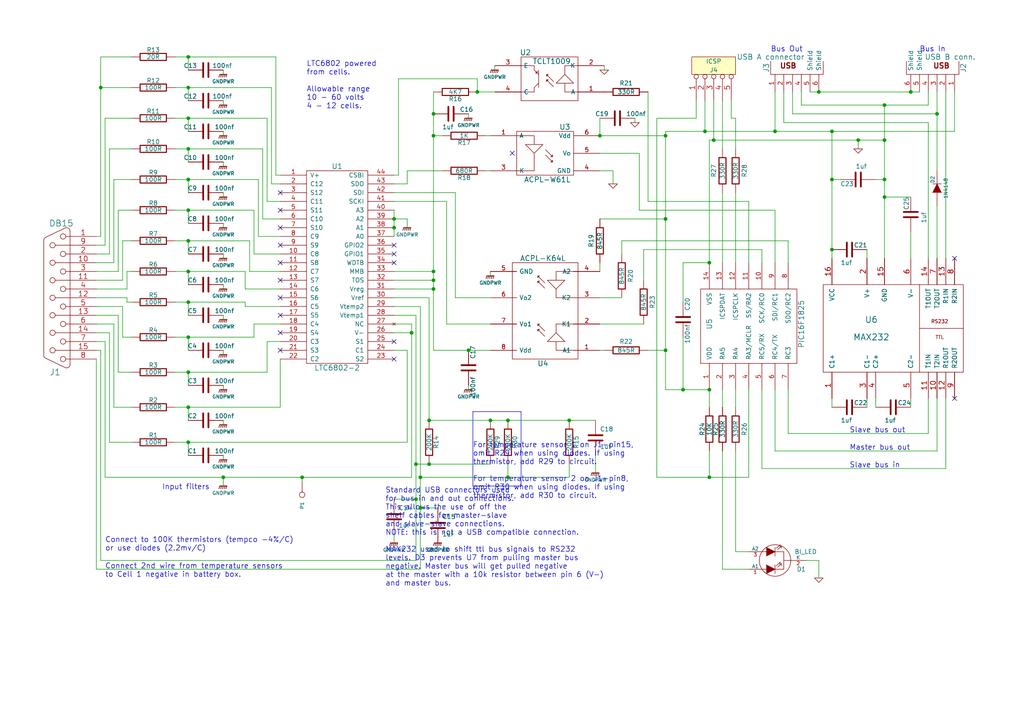
<source format=kicad_sch>
(kicad_sch (version 20230121) (generator eeschema)
  (paper "A4")
  (title_block (title "LTC6802-2 based slave cell monitor") (date "23 mar 2013") (rev "D") (company "www.go-ev.co.uk") (comment 1 "(c) Greg Fordyce 2013"))
  (lib_symbols
    (symbol "6802-2slv-rescue:CONN_5" (pin_names (offset 1.016))
      (property "Reference" "P" (at -1.27 0 90))
      (property "Value" "CONN_5" (at 1.27 0 90))
      (symbol "CONN_5_1_1"
        (pin passive inverted (at -10.16 5.08 0) (length 7.62) (name "~") (number "1"))
        (pin passive inverted (at -10.16 2.54 0) (length 7.62) (name "~") (number "2"))
        (pin passive inverted (at -10.16 0 0) (length 7.62) (name "~") (number "3"))
        (pin passive inverted (at -10.16 -2.54 0) (length 7.62) (name "~") (number "4"))
        (pin passive inverted (at -10.16 -5.08 0) (length 7.62) (name "~") (number "5"))
      )
    )
    (symbol "6802-2slv-rescue:DIODE" (pin_numbers hide) (pin_names (offset 1.016) hide)
      (property "Reference" "D" (at 0 2.54 0))
      (property "Value" "DIODE" (at 0 -2.54 0))
      (symbol "DIODE_1_1"
        (pin passive line (at -5.08 0 0) (length 3.81) (name "A") (number "1"))
        (pin passive line (at 5.08 0 180) (length 3.81) (name "K") (number "2"))
      )
    )
    (symbol "6802-2slv-rescue:USB_2-shield" (pin_names (offset 1.016))
      (property "Reference" "J" (at -1.905 6.35 0))
      (symbol "USB_2-shield_0_0"
        (text "USB" (at -2.54 0 900) (effects (font (size 1.524 1.524) bold)))
      )
      (symbol "USB_2-shield_1_1"
        (pin input line (at 5.08 3.81 180) (length 5.08) (name "~") (number "1"))
        (pin input line (at 5.08 1.27 180) (length 5.08) (name "~") (number "2"))
        (pin input line (at 5.08 -1.27 180) (length 5.08) (name "~") (number "3"))
        (pin input line (at 5.08 -3.81 180) (length 5.08) (name "~") (number "4"))
        (pin bidirectional line (at 5.08 -6.35 180) (length 5.08) (name "Shield") (number "5"))
        (pin bidirectional line (at 5.08 -8.89 180) (length 5.08) (name "Shield") (number "6"))
      )
    )
    (symbol "symbols:ACPL-K64L" (pin_names (offset 0.762))
      (property "Reference" "U" (at 0 15.24 0))
      (property "Value" "ACPL-K64L" (at 0 -15.24 0))
      (symbol "ACPL-K64L_1_1"
        (pin input line (at -16.51 11.43 0) (length 7.62) (name "A1") (number "1"))
        (pin input line (at -16.51 3.81 0) (length 7.62) (name "K1") (number "2"))
        (pin input line (at -16.51 -3.81 0) (length 7.62) (name "K2") (number "3"))
        (pin input line (at -16.51 -11.43 0) (length 7.62) (name "A2") (number "4"))
        (pin power_in line (at 15.24 -11.43 180) (length 7.62) (name "GND") (number "5"))
        (pin output line (at 15.24 -3.81 180) (length 7.62) (name "Vo2") (number "6"))
        (pin output line (at 15.24 3.81 180) (length 7.62) (name "Vo1") (number "7"))
        (pin power_in line (at 15.24 11.43 180) (length 7.62) (name "Vdd") (number "8"))
      )
    )
    (symbol "symbols:ACPL-W61L" (pin_names (offset 0.762))
      (property "Reference" "U" (at 5.08 7.62 0))
      (property "Value" "ACPL-W61L" (at 0 -7.62 0))
      (symbol "ACPL-W61L_1_1"
        (pin input line (at -16.51 5.08 0) (length 7.62) (name "A") (number "1"))
        (pin unspecified line (at -10.16 0 0) (length 1.27) hide (name "NC") (number "2"))
        (pin input line (at -16.51 -5.08 0) (length 7.62) (name "K") (number "3"))
        (pin output line (at 15.24 -5.08 180) (length 7.62) (name "GND") (number "4"))
        (pin output line (at 15.24 0 180) (length 7.62) (name "Vo") (number "5"))
        (pin input line (at 15.24 5.08 180) (length 7.62) (name "Vdd") (number "6"))
      )
    )
    (symbol "symbols:BI_LED" (pin_names (offset 0))
      (property "Reference" "D" (at 7.62 2.54 0))
      (property "Value" "BI_LED" (at 8.89 -2.54 0))
      (symbol "BI_LED_1_1"
        (pin input line (at -7.62 2.54 0) (length 3.81) (name "A1") (number "1"))
        (pin input line (at 8.89 0 180) (length 4.318) (name "K") (number "2"))
        (pin input line (at -7.62 -2.54 0) (length 3.81) (name "A2") (number "3"))
      )
    )
    (symbol "symbols:C" (pin_numbers hide) (pin_names (offset 0.254))
      (property "Reference" "C" (at 0 2.54 0))
      (property "Value" "C" (at 0.1524 -2.159 0))
      (symbol "C_1_1"
        (pin passive line (at 0 5.08 270) (length 4.318) (name "~") (number "1"))
        (pin passive line (at 0 -5.08 90) (length 4.318) (name "~") (number "2"))
      )
    )
    (symbol "symbols:CONN_1" (pin_numbers hide) (pin_names (offset 0.762) hide)
      (property "Reference" "P" (at 2.032 0 0))
      (symbol "CONN_1_1_1"
        (pin passive line (at -3.81 0 0) (length 2.54) (name "1") (number "1"))
      )
    )
    (symbol "symbols:DB15" (pin_names (offset 1.016) hide)
      (property "Reference" "J" (at 0.508 21.59 0))
      (property "Value" "DB15" (at -1.27 -21.59 0))
      (symbol "DB15_1_1"
        (pin passive line (at -11.43 -17.78 0) (length 7.62) (name "1") (number "1"))
        (pin passive line (at -11.43 -10.16 0) (length 7.62) (name "P10") (number "10"))
        (pin passive line (at -11.43 -5.08 0) (length 7.62) (name "P111") (number "11"))
        (pin passive line (at -11.43 0 0) (length 7.62) (name "P12") (number "12"))
        (pin passive line (at -11.43 5.08 0) (length 7.62) (name "P13") (number "13"))
        (pin passive line (at -11.43 10.16 0) (length 7.62) (name "P14") (number "14"))
        (pin passive line (at -11.43 15.24 0) (length 7.62) (name "P15") (number "15"))
        (pin passive line (at -11.43 -12.7 0) (length 7.62) (name "2") (number "2"))
        (pin passive line (at -11.43 -7.62 0) (length 7.62) (name "3") (number "3"))
        (pin passive line (at -11.43 -2.54 0) (length 7.62) (name "4") (number "4"))
        (pin passive line (at -11.43 2.54 0) (length 7.62) (name "5") (number "5"))
        (pin passive line (at -11.43 7.62 0) (length 7.62) (name "6") (number "6"))
        (pin passive line (at -11.43 12.7 0) (length 7.62) (name "7") (number "7"))
        (pin passive line (at -11.43 17.78 0) (length 7.62) (name "8") (number "8"))
        (pin passive line (at -11.43 -15.24 0) (length 7.62) (name "P9") (number "9"))
      )
    )
    (symbol "symbols:GND" (power) (pin_names (offset 0))
      (symbol "GND_1_1"
        (pin power_in line (at 0 0 90) (length 0) hide (name "GND") (number "1"))
      )
    )
    (symbol "symbols:GNDPWR" (power) (pin_numbers hide) (pin_names (offset 0) hide)
      (property "Value" "GNDPWR" (at 0 -2.032 0))
      (symbol "GNDPWR_1_1"
        (pin power_in line (at 0 0 90) (length 0) hide (name "GNDPWR") (number "1"))
      )
    )
    (symbol "symbols:LTC6802-2" (pin_names (offset 1.016))
      (property "Reference" "U" (at 0 29.21 0))
      (property "Value" "LTC6802-2" (at 0 -29.21 0))
      (symbol "LTC6802-2_1_1"
        (pin output line (at -16.51 26.67 0) (length 7.62) (name "V+") (number "1"))
        (pin input line (at -16.51 3.81 0) (length 7.62) (name "C8") (number "10"))
        (pin output line (at -16.51 1.27 0) (length 7.62) (name "S8") (number "11"))
        (pin input line (at -16.51 -1.27 0) (length 7.62) (name "C7") (number "12"))
        (pin output line (at -16.51 -3.81 0) (length 7.62) (name "S7") (number "13"))
        (pin input line (at -16.51 -6.35 0) (length 7.62) (name "C6") (number "14"))
        (pin output line (at -16.51 -8.89 0) (length 7.62) (name "S6") (number "15"))
        (pin input line (at -16.51 -11.43 0) (length 7.62) (name "C5") (number "16"))
        (pin output line (at -16.51 -13.97 0) (length 7.62) (name "S5") (number "17"))
        (pin input line (at -16.51 -16.51 0) (length 7.62) (name "C4") (number "18"))
        (pin output line (at -16.51 -19.05 0) (length 7.62) (name "S4") (number "19"))
        (pin input line (at -16.51 24.13 0) (length 7.62) (name "C12") (number "2"))
        (pin input line (at -16.51 -21.59 0) (length 7.62) (name "C3") (number "20"))
        (pin output line (at -16.51 -24.13 0) (length 7.62) (name "S3") (number "21"))
        (pin input line (at -16.51 -26.67 0) (length 7.62) (name "C2") (number "22"))
        (pin output line (at 16.51 -26.67 180) (length 7.62) (name "S2") (number "23"))
        (pin input line (at 16.51 -24.13 180) (length 7.62) (name "C1") (number "24"))
        (pin output line (at 16.51 -21.59 180) (length 7.62) (name "S1") (number "25"))
        (pin input line (at 16.51 -19.05 180) (length 7.62) (name "V-") (number "26"))
        (pin no_connect line (at 16.51 -16.51 180) (length 7.62) (name "NC") (number "27"))
        (pin input line (at 16.51 -13.97 180) (length 7.62) (name "Vtemp1") (number "28"))
        (pin input line (at 16.51 -11.43 180) (length 7.62) (name "Vtemp2") (number "29"))
        (pin output line (at -16.51 21.59 0) (length 7.62) (name "S12") (number "3"))
        (pin output line (at 16.51 -8.89 180) (length 7.62) (name "Vref") (number "30"))
        (pin output line (at 16.51 -6.35 180) (length 7.62) (name "Vreg") (number "31"))
        (pin input line (at 16.51 -3.81 180) (length 7.62) (name "TOS") (number "32"))
        (pin input line (at 16.51 -1.27 180) (length 7.62) (name "MMB") (number "33"))
        (pin output line (at 16.51 1.27 180) (length 7.62) (name "WDTB") (number "34"))
        (pin bidirectional line (at 16.51 3.81 180) (length 7.62) (name "GPIO1") (number "35"))
        (pin bidirectional line (at 16.51 6.35 180) (length 7.62) (name "GPIO2") (number "36"))
        (pin bidirectional line (at 16.51 8.89 180) (length 7.62) (name "A0") (number "37"))
        (pin bidirectional line (at 16.51 11.43 180) (length 7.62) (name "A1") (number "38"))
        (pin bidirectional line (at 16.51 13.97 180) (length 7.62) (name "A2") (number "39"))
        (pin input line (at -16.51 19.05 0) (length 7.62) (name "C11") (number "4"))
        (pin input line (at 16.51 16.51 180) (length 7.62) (name "A3") (number "40"))
        (pin input line (at 16.51 19.05 180) (length 7.62) (name "SCKI") (number "41"))
        (pin input line (at 16.51 21.59 180) (length 7.62) (name "SDI") (number "42"))
        (pin output line (at 16.51 24.13 180) (length 7.62) (name "SDO") (number "43"))
        (pin input line (at 16.51 26.67 180) (length 7.62) (name "CSBI") (number "44"))
        (pin output line (at -16.51 16.51 0) (length 7.62) (name "S11") (number "5"))
        (pin input line (at -16.51 13.97 0) (length 7.62) (name "C10") (number "6"))
        (pin output line (at -16.51 11.43 0) (length 7.62) (name "S10") (number "7"))
        (pin input line (at -16.51 8.89 0) (length 7.62) (name "C9") (number "8"))
        (pin output line (at -16.51 6.35 0) (length 7.62) (name "S9") (number "9"))
      )
    )
    (symbol "symbols:MAX232" (pin_names (offset 1.016))
      (property "Reference" "U" (at 0 21.59 0))
      (property "Value" "MAX232" (at 0 -21.59 0))
      (property "Datasheet" "maxim/MAX220-MAX249.pdf" (at 0 0 0))
      (symbol "MAX232_0_0"
        (text "RS232" (at 2.032 -13.462 900) (effects (font (size 1.016 1.016))))
        (text "TTL" (at -2.54 -13.462 900) (effects (font (size 1.016 1.016))))
      )
      (symbol "MAX232_1_1"
        (pin input line (at -20.32 17.78 0) (length 7.62) (name "C1+") (number "1"))
        (pin input line (at -20.32 -12.7 0) (length 7.62) (name "T2IN") (number "10"))
        (pin input line (at -20.32 -10.16 0) (length 7.62) (name "T1IN") (number "11"))
        (pin output line (at -20.32 -15.24 0) (length 7.62) (name "R1OUT") (number "12"))
        (pin input line (at 20.32 -15.24 180) (length 7.62) (name "R1IN") (number "13"))
        (pin output line (at 20.32 -10.16 180) (length 7.62) (name "T1OUT") (number "14"))
        (pin power_in line (at 20.32 2.54 180) (length 7.62) (name "GND") (number "15"))
        (pin power_in line (at 20.32 17.78 180) (length 7.62) (name "VCC") (number "16"))
        (pin power_out line (at 20.32 7.62 180) (length 7.62) (name "V+") (number "2"))
        (pin input line (at -20.32 7.62 0) (length 7.62) (name "C1-") (number "3"))
        (pin input line (at -20.32 5.08 0) (length 7.62) (name "C2+") (number "4"))
        (pin input line (at -20.32 -5.08 0) (length 7.62) (name "C2-") (number "5"))
        (pin power_out line (at 20.32 -5.08 180) (length 7.62) (name "V-") (number "6"))
        (pin output line (at 20.32 -12.7 180) (length 7.62) (name "T2OUT") (number "7"))
        (pin input line (at 20.32 -17.78 180) (length 7.62) (name "R2IN") (number "8"))
        (pin output line (at -20.32 -17.78 0) (length 7.62) (name "R2OUT") (number "9"))
      )
    )
    (symbol "symbols:OPTO-ISOLATOR" (pin_names (offset 0.762))
      (property "Reference" "U" (at -6.35 8.89 0))
      (property "Value" "OPTO-ISOLATOR" (at 2.54 -7.62 0))
      (symbol "OPTO-ISOLATOR_1_1"
        (pin input line (at -16.51 5.08 0) (length 7.62) (name "A") (number "1"))
        (pin input line (at -16.51 -2.54 0) (length 7.62) (name "K") (number "2"))
        (pin output line (at 15.24 -2.54 180) (length 7.62) (name "E") (number "3"))
        (pin output line (at 15.24 5.08 180) (length 7.62) (name "C") (number "4"))
      )
    )
    (symbol "symbols:PIC16F1825" (pin_names (offset 1.016))
      (property "Reference" "U" (at 0 15.24 0))
      (property "Value" "PIC16F1825" (at 0 -15.24 0))
      (symbol "PIC16F1825_1_1"
        (pin power_in line (at -19.05 11.43 0) (length 7.62) (name "VDD") (number "1"))
        (pin power_in line (at 17.78 -3.81 180) (length 7.62) (name "SCK/RC0") (number "10"))
        (pin input line (at 17.78 0 180) (length 7.62) (name "SS/RA2") (number "11"))
        (pin input line (at 17.78 3.81 180) (length 7.62) (name "ICSPCLK") (number "12"))
        (pin input line (at 17.78 7.62 180) (length 7.62) (name "ICSPDAT") (number "13"))
        (pin power_in line (at 17.78 11.43 180) (length 7.62) (name "VSS") (number "14"))
        (pin input line (at -19.05 7.62 0) (length 7.62) (name "RA5") (number "2"))
        (pin input line (at -19.05 3.81 0) (length 7.62) (name "RA4") (number "3"))
        (pin input line (at -19.05 0 0) (length 7.62) (name "RA3/MCLR") (number "4"))
        (pin power_in line (at -19.05 -3.81 0) (length 7.62) (name "RC5/RX") (number "5"))
        (pin power_in line (at -19.05 -7.62 0) (length 7.62) (name "RC4/TX") (number "6"))
        (pin power_in line (at -19.05 -11.43 0) (length 7.62) (name "RC3") (number "7"))
        (pin power_in line (at 17.78 -11.43 180) (length 7.62) (name "SDO/RC2") (number "8"))
        (pin power_in line (at 17.78 -7.62 180) (length 7.62) (name "SDI/RC1") (number "9"))
      )
      (symbol "PIC16F1825_1_2"
        (pin power_in line (at -19.05 11.43 0) (length 7.62) (name "VDD") (number "1"))
        (pin power_in line (at 17.78 -3.81 180) (length 7.62) (name "SCK/RC0") (number "10"))
        (pin input line (at 17.78 0 180) (length 7.62) (name "SS/RA2") (number "11"))
        (pin input line (at 17.78 3.81 180) (length 7.62) (name "ICSPCLK") (number "12"))
        (pin input line (at 17.78 7.62 180) (length 7.62) (name "ICSPDAT") (number "13"))
        (pin power_in line (at 17.78 11.43 180) (length 7.62) (name "VSS") (number "14"))
        (pin input line (at -19.05 7.62 0) (length 7.62) (name "RA5") (number "2"))
        (pin input line (at -19.05 3.81 0) (length 7.62) (name "RA4") (number "3"))
        (pin input line (at -19.05 0 0) (length 7.62) (name "RA3/MCLR") (number "4"))
        (pin power_in line (at -19.05 -3.81 0) (length 7.62) (name "RC5/RX") (number "5"))
        (pin power_in line (at -19.05 -7.62 0) (length 7.62) (name "RC4/TX") (number "6"))
        (pin power_in line (at -19.05 -11.43 0) (length 7.62) (name "RC3") (number "7"))
        (pin power_in line (at 17.78 -11.43 180) (length 7.62) (name "SDO/RC2") (number "8"))
        (pin power_in line (at 17.78 -7.62 180) (length 7.62) (name "SDI/RC1") (number "9"))
      )
    )
    (symbol "symbols:R" (pin_numbers hide) (pin_names (offset 0))
      (property "Reference" "R" (at 2.032 0 90))
      (property "Value" "R" (at 0.1778 0.0254 90))
      (symbol "R_1_1"
        (pin passive line (at 0 6.35 270) (length 2.54) (name "~") (number "1"))
        (pin passive line (at 0 -6.35 90) (length 2.54) (name "~") (number "2"))
      )
    )
  )
  (junction (at 125.73 83.82))
  (junction (at 120.65 134.62))
  (junction (at 54.61 43.18))
  (junction (at 193.04 101.6))
  (junction (at 256.54 30.48))
  (junction (at 114.3 63.5))
  (junction (at 237.49 26.67))
  (junction (at 54.61 78.74))
  (junction (at 64.77 138.43))
  (junction (at 264.16 26.67))
  (junction (at 121.92 138.43))
  (junction (at 125.73 78.74))
  (junction (at 54.61 69.85))
  (junction (at 54.61 52.07))
  (junction (at 193.04 63.5))
  (junction (at 54.61 128.27))
  (junction (at 87.63 138.43))
  (junction (at 54.61 107.95))
  (junction (at 207.01 40.64))
  (junction (at 54.61 16.51))
  (junction (at 205.74 76.2))
  (junction (at 125.73 81.28))
  (junction (at 173.99 39.37))
  (junction (at 119.38 96.52))
  (junction (at 271.78 33.02))
  (junction (at 256.54 40.64))
  (junction (at 256.54 52.07))
  (junction (at 142.24 121.92))
  (junction (at 248.92 40.64))
  (junction (at 54.61 87.63))
  (junction (at 147.32 138.43))
  (junction (at 29.21 25.4))
  (junction (at 147.32 121.92))
  (junction (at 135.89 101.6))
  (junction (at 54.61 60.96))
  (junction (at 138.43 26.67))
  (junction (at 198.12 113.03))
  (junction (at 54.61 25.4))
  (junction (at 205.74 113.03))
  (junction (at 193.04 39.37))
  (junction (at 256.54 57.15))
  (junction (at 241.3 72.39))
  (junction (at 124.46 134.62))
  (junction (at 241.3 38.1))
  (junction (at 165.1 121.92))
  (junction (at 54.61 34.29))
  (junction (at 54.61 97.79))
  (junction (at 205.74 138.43))
  (junction (at 121.92 147.32))
  (junction (at 120.65 144.78))
  (junction (at 114.3 66.04))
  (junction (at 124.46 121.92))
  (junction (at 54.61 118.11))
  (junction (at 224.79 38.1))
  (junction (at 204.47 38.1))
  (junction (at 241.3 52.07))
  (junction (at 125.73 39.37))
  (junction (at 125.73 33.02))
  (no_connect (at 81.28 91.44))
  (no_connect (at 114.3 76.2))
  (no_connect (at 114.3 71.12))
  (no_connect (at 81.28 86.36))
  (no_connect (at 114.3 104.14))
  (no_connect (at 114.3 99.06))
  (no_connect (at 276.86 115.57))
  (no_connect (at 81.28 71.12))
  (no_connect (at 81.28 66.04))
  (no_connect (at 81.28 96.52))
  (no_connect (at 276.86 74.93))
  (no_connect (at 81.28 101.6))
  (no_connect (at 114.3 73.66))
  (no_connect (at 148.59 44.45))
  (no_connect (at 81.28 60.96))
  (no_connect (at 81.28 81.28))
  (no_connect (at 81.28 76.2))
  (no_connect (at 81.28 55.88))
  (wire (pts (xy 121.92 138.43) (xy 121.92 147.32)))
  (wire (pts (xy 190.5 138.43) (xy 205.74 138.43)))
  (wire (pts (xy 224.79 38.1) (xy 241.3 38.1)))
  (wire (pts (xy 33.02 52.07) (xy 33.02 76.2)))
  (wire (pts (xy 224.79 113.03) (xy 224.79 130.81)))
  (wire (pts (xy 30.48 138.43) (xy 64.77 138.43)))
  (wire (pts (xy 64.77 138.43) (xy 87.63 138.43)))
  (polyline (pts (xy 151.13 119.38) (xy 151.13 140.97)))
  (wire (pts (xy 190.5 34.29) (xy 190.5 138.43)))
  (wire (pts (xy 29.21 16.51) (xy 38.1 16.51)))
  (wire (pts (xy 121.92 88.9) (xy 121.92 138.43)))
  (wire (pts (xy 173.99 63.5) (xy 193.04 63.5)))
  (wire (pts (xy 27.94 93.98) (xy 33.02 93.98)))
  (wire (pts (xy 118.11 66.04) (xy 118.11 63.5)))
  (wire (pts (xy 264.16 74.93) (xy 264.16 67.31)))
  (wire (pts (xy 120.65 91.44) (xy 120.65 134.62)))
  (wire (pts (xy 224.79 60.96) (xy 224.79 76.2)))
  (wire (pts (xy 38.1 78.74) (xy 36.83 78.74)))
  (wire (pts (xy 129.54 58.42) (xy 129.54 93.98)))
  (wire (pts (xy 54.61 20.32) (xy 54.61 16.51)))
  (wire (pts (xy 81.28 63.5) (xy 76.2 63.5)))
  (wire (pts (xy 198.12 76.2) (xy 205.74 76.2)))
  (wire (pts (xy 118.11 49.53) (xy 118.11 53.34)))
  (wire (pts (xy 251.46 72.39) (xy 251.46 74.93)))
  (wire (pts (xy 64.77 20.32) (xy 64.77 21.59)))
  (wire (pts (xy 147.32 138.43) (xy 165.1 138.43)))
  (wire (pts (xy 173.99 39.37) (xy 193.04 39.37)))
  (wire (pts (xy 193.04 113.03) (xy 198.12 113.03)))
  (wire (pts (xy 172.72 132.08) (xy 172.72 137.16)))
  (wire (pts (xy 173.99 49.53) (xy 177.8 49.53)))
  (wire (pts (xy 132.08 86.36) (xy 142.24 86.36)))
  (wire (pts (xy 80.01 50.8) (xy 81.28 50.8)))
  (wire (pts (xy 271.78 130.81) (xy 271.78 115.57)))
  (wire (pts (xy 204.47 29.21) (xy 204.47 38.1)))
  (wire (pts (xy 54.61 111.76) (xy 54.61 107.95)))
  (wire (pts (xy 50.8 52.07) (xy 54.61 52.07)))
  (wire (pts (xy 64.77 46.99) (xy 64.77 48.26)))
  (wire (pts (xy 217.17 58.42) (xy 187.96 58.42)))
  (wire (pts (xy 54.61 73.66) (xy 54.61 69.85)))
  (wire (pts (xy 114.3 63.5) (xy 114.3 66.04)))
  (wire (pts (xy 213.36 43.18) (xy 213.36 34.29)))
  (wire (pts (xy 54.61 64.77) (xy 54.61 60.96)))
  (wire (pts (xy 232.41 30.48) (xy 256.54 30.48)))
  (wire (pts (xy 220.98 72.39) (xy 220.98 76.2)))
  (wire (pts (xy 78.74 25.4) (xy 78.74 53.34)))
  (wire (pts (xy 38.1 60.96) (xy 34.29 60.96)))
  (wire (pts (xy 31.75 73.66) (xy 27.94 73.66)))
  (wire (pts (xy 173.99 101.6) (xy 175.26 101.6)))
  (wire (pts (xy 147.32 121.92) (xy 165.1 121.92)))
  (wire (pts (xy 119.38 96.52) (xy 119.38 93.98)))
  (wire (pts (xy 81.28 93.98) (xy 73.66 93.98)))
  (wire (pts (xy 71.12 87.63) (xy 71.12 88.9)))
  (wire (pts (xy 73.66 60.96) (xy 73.66 73.66)))
  (wire (pts (xy 54.61 121.92) (xy 54.61 118.11)))
  (wire (pts (xy 54.61 16.51) (xy 80.01 16.51)))
  (wire (pts (xy 201.93 34.29) (xy 190.5 34.29)))
  (wire (pts (xy 184.15 35.56) (xy 184.15 34.29)))
  (wire (pts (xy 213.36 55.88) (xy 213.36 76.2)))
  (wire (pts (xy 115.57 22.86) (xy 115.57 50.8)))
  (wire (pts (xy 71.12 88.9) (xy 81.28 88.9)))
  (wire (pts (xy 34.29 60.96) (xy 34.29 78.74)))
  (wire (pts (xy 271.78 26.67) (xy 271.78 33.02)))
  (wire (pts (xy 165.1 121.92) (xy 172.72 121.92)))
  (wire (pts (xy 120.65 91.44) (xy 114.3 91.44)))
  (wire (pts (xy 35.56 69.85) (xy 35.56 81.28)))
  (polyline (pts (xy 137.16 140.97) (xy 137.16 119.38)))
  (wire (pts (xy 38.1 43.18) (xy 31.75 43.18)))
  (wire (pts (xy 125.73 81.28) (xy 125.73 83.82)))
  (wire (pts (xy 256.54 52.07) (xy 254 52.07)))
  (wire (pts (xy 29.21 25.4) (xy 38.1 25.4)))
  (wire (pts (xy 50.8 16.51) (xy 54.61 16.51)))
  (wire (pts (xy 201.93 29.21) (xy 201.93 34.29)))
  (wire (pts (xy 185.42 60.96) (xy 224.79 60.96)))
  (wire (pts (xy 35.56 88.9) (xy 27.94 88.9)))
  (wire (pts (xy 173.99 76.2) (xy 173.99 78.74)))
  (wire (pts (xy 114.3 88.9) (xy 121.92 88.9)))
  (wire (pts (xy 125.73 83.82) (xy 125.73 101.6)))
  (wire (pts (xy 125.73 39.37) (xy 125.73 78.74)))
  (wire (pts (xy 114.3 157.48) (xy 114.3 154.94)))
  (wire (pts (xy 205.74 138.43) (xy 217.17 138.43)))
  (wire (pts (xy 54.61 55.88) (xy 54.61 52.07)))
  (wire (pts (xy 227.33 26.67) (xy 227.33 35.56)))
  (wire (pts (xy 228.6 69.85) (xy 228.6 76.2)))
  (wire (pts (xy 125.73 26.67) (xy 125.73 33.02)))
  (wire (pts (xy 64.77 101.6) (xy 64.77 102.87)))
  (wire (pts (xy 72.39 69.85) (xy 72.39 78.74)))
  (wire (pts (xy 125.73 78.74) (xy 125.73 81.28)))
  (wire (pts (xy 233.68 162.56) (xy 237.49 162.56)))
  (wire (pts (xy 237.49 162.56) (xy 237.49 167.64)))
  (wire (pts (xy 120.65 144.78) (xy 114.3 144.78)))
  (wire (pts (xy 50.8 25.4) (xy 54.61 25.4)))
  (wire (pts (xy 64.77 38.1) (xy 64.77 39.37)))
  (wire (pts (xy 114.3 78.74) (xy 125.73 78.74)))
  (wire (pts (xy 256.54 30.48) (xy 269.24 30.48)))
  (wire (pts (xy 269.24 35.56) (xy 269.24 74.93)))
  (wire (pts (xy 36.83 83.82) (xy 27.94 83.82)))
  (wire (pts (xy 129.54 93.98) (xy 142.24 93.98)))
  (wire (pts (xy 229.87 26.67) (xy 229.87 33.02)))
  (wire (pts (xy 269.24 125.73) (xy 269.24 115.57)))
  (wire (pts (xy 237.49 26.67) (xy 264.16 26.67)))
  (wire (pts (xy 54.61 78.74) (xy 71.12 78.74)))
  (wire (pts (xy 140.97 39.37) (xy 142.24 39.37)))
  (wire (pts (xy 50.8 107.95) (xy 54.61 107.95)))
  (wire (pts (xy 209.55 113.03) (xy 209.55 118.11)))
  (wire (pts (xy 274.32 135.89) (xy 274.32 115.57)))
  (wire (pts (xy 198.12 97.79) (xy 198.12 113.03)))
  (wire (pts (xy 27.94 96.52) (xy 31.75 96.52)))
  (wire (pts (xy 81.28 83.82) (xy 71.12 83.82)))
  (wire (pts (xy 73.66 97.79) (xy 73.66 93.98)))
  (wire (pts (xy 38.1 34.29) (xy 30.48 34.29)))
  (wire (pts (xy 193.04 38.1) (xy 204.47 38.1)))
  (wire (pts (xy 33.02 118.11) (xy 38.1 118.11)))
  (wire (pts (xy 31.75 128.27) (xy 38.1 128.27)))
  (wire (pts (xy 29.21 68.58) (xy 27.94 68.58)))
  (wire (pts (xy 54.61 52.07) (xy 74.93 52.07)))
  (wire (pts (xy 128.27 49.53) (xy 118.11 49.53)))
  (wire (pts (xy 29.21 25.4) (xy 29.21 68.58)))
  (wire (pts (xy 186.69 81.28) (xy 186.69 72.39)))
  (wire (pts (xy 29.21 16.51) (xy 29.21 25.4)))
  (wire (pts (xy 227.33 35.56) (xy 269.24 35.56)))
  (wire (pts (xy 114.3 60.96) (xy 114.3 63.5)))
  (wire (pts (xy 120.65 134.62) (xy 124.46 134.62)))
  (wire (pts (xy 271.78 59.69) (xy 271.78 74.93)))
  (wire (pts (xy 217.17 58.42) (xy 217.17 76.2)))
  (wire (pts (xy 77.47 58.42) (xy 81.28 58.42)))
  (wire (pts (xy 256.54 30.48) (xy 256.54 40.64)))
  (wire (pts (xy 124.46 86.36) (xy 114.3 86.36)))
  (wire (pts (xy 35.56 81.28) (xy 27.94 81.28)))
  (wire (pts (xy 234.95 26.67) (xy 237.49 26.67)))
  (wire (pts (xy 54.61 29.21) (xy 54.61 25.4)))
  (wire (pts (xy 64.77 132.08) (xy 64.77 133.35)))
  (wire (pts (xy 224.79 38.1) (xy 224.79 26.67)))
  (wire (pts (xy 125.73 101.6) (xy 135.89 101.6)))
  (wire (pts (xy 30.48 99.06) (xy 27.94 99.06)))
  (wire (pts (xy 76.2 43.18) (xy 54.61 43.18)))
  (wire (pts (xy 77.47 34.29) (xy 77.47 58.42)))
  (wire (pts (xy 64.77 140.97) (xy 64.77 138.43)))
  (wire (pts (xy 124.46 134.62) (xy 142.24 134.62)))
  (wire (pts (xy 173.99 86.36) (xy 180.34 86.36)))
  (wire (pts (xy 54.61 132.08) (xy 54.61 128.27)))
  (wire (pts (xy 54.61 107.95) (xy 77.47 107.95)))
  (wire (pts (xy 124.46 121.92) (xy 124.46 86.36)))
  (wire (pts (xy 138.43 22.86) (xy 115.57 22.86)))
  (wire (pts (xy 87.63 138.43) (xy 119.38 138.43)))
  (wire (pts (xy 124.46 121.92) (xy 142.24 121.92)))
  (wire (pts (xy 207.01 29.21) (xy 207.01 40.64)))
  (wire (pts (xy 33.02 76.2) (xy 27.94 76.2)))
  (wire (pts (xy 212.09 34.29) (xy 212.09 29.21)))
  (wire (pts (xy 125.73 83.82) (xy 114.3 83.82)))
  (wire (pts (xy 114.3 58.42) (xy 129.54 58.42)))
  (wire (pts (xy 205.74 130.81) (xy 205.74 138.43)))
  (wire (pts (xy 175.26 19.05) (xy 175.26 20.32)))
  (wire (pts (xy 118.11 53.34) (xy 114.3 53.34)))
  (wire (pts (xy 173.99 93.98) (xy 186.69 93.98)))
  (wire (pts (xy 54.61 128.27) (xy 118.11 128.27)))
  (wire (pts (xy 64.77 82.55) (xy 64.77 83.82)))
  (wire (pts (xy 80.01 16.51) (xy 80.01 50.8)))
  (wire (pts (xy 74.93 68.58) (xy 81.28 68.58)))
  (wire (pts (xy 138.43 26.67) (xy 138.43 22.86)))
  (wire (pts (xy 165.1 138.43) (xy 165.1 134.62)))
  (wire (pts (xy 274.32 26.67) (xy 274.32 74.93)))
  (wire (pts (xy 254 115.57) (xy 254 118.11)))
  (wire (pts (xy 54.61 87.63) (xy 71.12 87.63)))
  (wire (pts (xy 64.77 55.88) (xy 64.77 57.15)))
  (wire (pts (xy 115.57 50.8) (xy 114.3 50.8)))
  (wire (pts (xy 54.61 82.55) (xy 54.61 78.74)))
  (wire (pts (xy 87.63 139.7) (xy 87.63 138.43)))
  (wire (pts (xy 77.47 99.06) (xy 77.47 107.95)))
  (wire (pts (xy 30.48 71.12) (xy 27.94 71.12)))
  (wire (pts (xy 269.24 30.48) (xy 269.24 26.67)))
  (wire (pts (xy 81.28 53.34) (xy 78.74 53.34)))
  (wire (pts (xy 119.38 93.98) (xy 114.3 93.98)))
  (wire (pts (xy 213.36 113.03) (xy 213.36 118.11)))
  (wire (pts (xy 119.38 138.43) (xy 119.38 96.52)))
  (wire (pts (xy 185.42 44.45) (xy 185.42 60.96)))
  (wire (pts (xy 127 147.32) (xy 121.92 147.32)))
  (wire (pts (xy 54.61 60.96) (xy 73.66 60.96)))
  (wire (pts (xy 54.61 38.1) (xy 54.61 34.29)))
  (wire (pts (xy 209.55 130.81) (xy 209.55 165.1)))
  (polyline (pts (xy 151.13 140.97) (xy 137.16 140.97)))
  (wire (pts (xy 121.92 165.1) (xy 27.94 165.1)))
  (wire (pts (xy 118.11 101.6) (xy 118.11 128.27)))
  (wire (pts (xy 38.1 87.63) (xy 36.83 87.63)))
  (wire (pts (xy 213.36 34.29) (xy 212.09 34.29)))
  (wire (pts (xy 114.3 55.88) (xy 132.08 55.88)))
  (wire (pts (xy 74.93 52.07) (xy 74.93 68.58)))
  (wire (pts (xy 71.12 78.74) (xy 71.12 83.82)))
  (wire (pts (xy 50.8 69.85) (xy 54.61 69.85)))
  (wire (pts (xy 54.61 34.29) (xy 77.47 34.29)))
  (wire (pts (xy 143.51 26.67) (xy 138.43 26.67)))
  (wire (pts (xy 193.04 39.37) (xy 193.04 63.5)))
  (wire (pts (xy 220.98 113.03) (xy 220.98 135.89)))
  (wire (pts (xy 64.77 64.77) (xy 64.77 66.04)))
  (wire (pts (xy 187.96 101.6) (xy 193.04 101.6)))
  (wire (pts (xy 248.92 40.64) (xy 256.54 40.64)))
  (wire (pts (xy 173.99 44.45) (xy 185.42 44.45)))
  (wire (pts (xy 243.84 52.07) (xy 241.3 52.07)))
  (wire (pts (xy 241.3 72.39) (xy 241.3 74.93)))
  (wire (pts (xy 36.83 86.36) (xy 27.94 86.36)))
  (wire (pts (xy 64.77 121.92) (xy 64.77 123.19)))
  (wire (pts (xy 81.28 99.06) (xy 77.47 99.06)))
  (wire (pts (xy 31.75 96.52) (xy 31.75 128.27)))
  (wire (pts (xy 64.77 111.76) (xy 64.77 113.03)))
  (wire (pts (xy 31.75 43.18) (xy 31.75 73.66)))
  (wire (pts (xy 186.69 72.39) (xy 220.98 72.39)))
  (wire (pts (xy 135.89 111.76) (xy 135.89 113.03)))
  (wire (pts (xy 114.3 66.04) (xy 114.3 68.58)))
  (wire (pts (xy 50.8 34.29) (xy 54.61 34.29)))
  (wire (pts (xy 209.55 165.1) (xy 217.17 165.1)))
  (wire (pts (xy 251.46 115.57) (xy 251.46 118.11)))
  (wire (pts (xy 125.73 81.28) (xy 114.3 81.28)))
  (wire (pts (xy 54.61 101.6) (xy 54.61 97.79)))
  (wire (pts (xy 193.04 38.1) (xy 193.04 39.37)))
  (wire (pts (xy 27.94 91.44) (xy 34.29 91.44)))
  (wire (pts (xy 180.34 73.66) (xy 180.34 69.85)))
  (wire (pts (xy 264.16 26.67) (xy 266.7 26.67)))
  (wire (pts (xy 193.04 101.6) (xy 193.04 113.03)))
  (wire (pts (xy 81.28 73.66) (xy 73.66 73.66)))
  (wire (pts (xy 220.98 135.89) (xy 274.32 135.89)))
  (wire (pts (xy 248.92 43.18) (xy 248.92 40.64)))
  (wire (pts (xy 120.65 134.62) (xy 120.65 144.78)))
  (wire (pts (xy 135.89 33.02) (xy 135.89 34.29)))
  (wire (pts (xy 54.61 46.99) (xy 54.61 43.18)))
  (wire (pts (xy 213.36 160.02) (xy 217.17 160.02)))
  (wire (pts (xy 132.08 55.88) (xy 132.08 86.36)))
  (wire (pts (xy 27.94 165.1) (xy 27.94 104.14)))
  (wire (pts (xy 30.48 34.29) (xy 30.48 71.12)))
  (wire (pts (xy 30.48 99.06) (xy 30.48 138.43)))
  (wire (pts (xy 35.56 88.9) (xy 35.56 97.79)))
  (wire (pts (xy 114.3 101.6) (xy 118.11 101.6)))
  (wire (pts (xy 125.73 39.37) (xy 128.27 39.37)))
  (wire (pts (xy 241.3 38.1) (xy 241.3 52.07)))
  (wire (pts (xy 271.78 33.02) (xy 271.78 49.53)))
  (wire (pts (xy 187.96 58.42) (xy 187.96 26.67)))
  (wire (pts (xy 50.8 118.11) (xy 54.61 118.11)))
  (wire (pts (xy 81.28 118.11) (xy 81.28 104.14)))
  (wire (pts (xy 204.47 38.1) (xy 224.79 38.1)))
  (wire (pts (xy 180.34 69.85) (xy 228.6 69.85)))
  (wire (pts (xy 207.01 40.64) (xy 248.92 40.64)))
  (wire (pts (xy 50.8 97.79) (xy 54.61 97.79)))
  (wire (pts (xy 76.2 63.5) (xy 76.2 43.18)))
  (wire (pts (xy 38.1 52.07) (xy 33.02 52.07)))
  (wire (pts (xy 198.12 87.63) (xy 198.12 76.2)))
  (wire (pts (xy 213.36 130.81) (xy 213.36 160.02)))
  (wire (pts (xy 173.99 34.29) (xy 173.99 39.37)))
  (wire (pts (xy 50.8 87.63) (xy 54.61 87.63)))
  (wire (pts (xy 217.17 138.43) (xy 217.17 113.03)))
  (wire (pts (xy 120.65 162.56) (xy 29.21 162.56)))
  (wire (pts (xy 54.61 118.11) (xy 81.28 118.11)))
  (wire (pts (xy 135.89 101.6) (xy 142.24 101.6)))
  (wire (pts (xy 147.32 138.43) (xy 147.32 134.62)))
  (wire (pts (xy 50.8 60.96) (xy 54.61 60.96)))
  (polyline (pts (xy 137.16 119.38) (xy 151.13 119.38)))
  (wire (pts (xy 64.77 73.66) (xy 64.77 74.93)))
  (wire (pts (xy 256.54 40.64) (xy 256.54 52.07)))
  (wire (pts (xy 209.55 43.18) (xy 209.55 29.21)))
  (wire (pts (xy 228.6 125.73) (xy 269.24 125.73)))
  (wire (pts (xy 64.77 91.44) (xy 64.77 92.71)))
  (wire (pts (xy 241.3 115.57) (xy 241.3 118.11)))
  (wire (pts (xy 205.74 76.2) (xy 205.74 40.64)))
  (wire (pts (xy 120.65 144.78) (xy 120.65 162.56)))
  (wire (pts (xy 224.79 130.81) (xy 271.78 130.81)))
  (wire (pts (xy 64.77 29.21) (xy 64.77 30.48)))
  (wire (pts (xy 228.6 113.03) (xy 228.6 125.73)))
  (wire (pts (xy 72.39 78.74) (xy 81.28 78.74)))
  (wire (pts (xy 142.24 78.74) (xy 142.24 80.01)))
  (wire (pts (xy 35.56 97.79) (xy 38.1 97.79)))
  (wire (pts (xy 34.29 107.95) (xy 38.1 107.95)))
  (wire (pts (xy 34.29 78.74) (xy 27.94 78.74)))
  (wire (pts (xy 193.04 63.5) (xy 193.04 101.6)))
  (wire (pts (xy 121.92 138.43) (xy 147.32 138.43)))
  (wire (pts (xy 205.74 40.64) (xy 207.01 40.64)))
  (wire (pts (xy 54.61 91.44) (xy 54.61 87.63)))
  (wire (pts (xy 177.8 49.53) (xy 177.8 53.34)))
  (wire (pts (xy 205.74 113.03) (xy 205.74 118.11)))
  (wire (pts (xy 276.86 38.1) (xy 276.86 26.67)))
  (wire (pts (xy 241.3 38.1) (xy 276.86 38.1)))
  (wire (pts (xy 33.02 93.98) (xy 33.02 118.11)))
  (wire (pts (xy 125.73 33.02) (xy 125.73 39.37)))
  (wire (pts (xy 121.92 147.32) (xy 121.92 165.1)))
  (wire (pts (xy 54.61 25.4) (xy 78.74 25.4)))
  (wire (pts (xy 264.16 115.57) (xy 264.16 118.11)))
  (wire (pts (xy 209.55 55.88) (xy 209.55 76.2)))
  (wire (pts (xy 232.41 30.48) (xy 232.41 26.67)))
  (wire (pts (xy 54.61 97.79) (xy 73.66 97.79)))
  (wire (pts (xy 34.29 91.44) (xy 34.29 107.95)))
  (wire (pts (xy 140.97 49.53) (xy 142.24 49.53)))
  (wire (pts (xy 256.54 52.07) (xy 256.54 57.15)))
  (wire (pts (xy 27.94 101.6) (xy 29.21 101.6)))
  (wire (pts (xy 29.21 101.6) (xy 29.21 162.56)))
  (wire (pts (xy 50.8 78.74) (xy 54.61 78.74)))
  (wire (pts (xy 198.12 113.03) (xy 205.74 113.03)))
  (wire (pts (xy 38.1 69.85) (xy 35.56 69.85)))
  (wire (pts (xy 118.11 63.5) (xy 114.3 63.5)))
  (wire (pts (xy 36.83 87.63) (xy 36.83 86.36)))
  (wire (pts (xy 50.8 128.27) (xy 54.61 128.27)))
  (wire (pts (xy 241.3 52.07) (xy 241.3 72.39)))
  (wire (pts (xy 54.61 69.85) (xy 72.39 69.85)))
  (wire (pts (xy 36.83 78.74) (xy 36.83 83.82)))
  (wire (pts (xy 229.87 33.02) (xy 271.78 33.02)))
  (wire (pts (xy 114.3 96.52) (xy 119.38 96.52)))
  (wire (pts (xy 256.54 57.15) (xy 256.54 74.93)))
  (wire (pts (xy 143.51 20.32) (xy 143.51 19.05)))
  (wire (pts (xy 264.16 57.15) (xy 256.54 57.15)))
  (wire (pts (xy 54.61 43.18) (xy 50.8 43.18)))
  (wire (pts (xy 142.24 121.92) (xy 147.32 121.92)))
  (text "Connect to 100K thermistors (tempco -4%/C)\nor use diodes (2.2mv/C)" (at 30.48 160.02 0) (effects (font (size 1.524 1.524)) (justify left bottom)))
  (text "LTC6802 powered \nfrom cells. \n\nAllowable range \n10 - 60 volts \n4 - 12 cells." (at 88.9 31.75 0) (effects (font (size 1.524 1.524)) (justify left bottom)))
  (text "Standard USB connectors used\nfor bus in and out connections.\nThis allows the use of off the \nshelf cables for master-slave \nand slave-slave connections.\nNOTE: this is not a USB compatible connection.\n\nMAX232 used to shift ttl bus signals to RS232\nlevels. D3 prevents U7 from pulling master bus\nnegative. Master bus will get pulled negative\nat the master with a 10k resistor between pin 6 (V-)\nand master bus." (at 111.76 170.18 0) (effects (font (size 1.524 1.524)) (justify left bottom)))
  (text "Slave bus out" (at 246.38 125.73 0) (effects (font (size 1.524 1.524)) (justify left bottom)))
  (text "Bus In" (at 266.7 15.24 0) (effects (font (size 1.524 1.524)) (justify left bottom)))
  (text "Input filters\n" (at 46.99 142.24 0) (effects (font (size 1.524 1.524)) (justify left bottom)))
  (text "Slave bus in\n" (at 246.38 135.89 0) (effects (font (size 1.524 1.524)) (justify left bottom)))
  (text "Bus Out" (at 223.52 15.24 0) (effects (font (size 1.524 1.524)) (justify left bottom)))
  (text "For temperature sensor 1 on J1-pin15, \nomit R29 when using diodes. If using \nthermistor, add R29 to circuit.\n\nFor temperature sensor 2 on J1-pin8, \nomit R30 when using diodes. If using \nthermistor, add R30 to circuit." (at 137.16 144.78 0) (effects (font (size 1.524 1.524)) (justify left bottom)))
  (text "Connect 2nd wire from temperature sensors \nto Cell 1 negative in battery box." (at 30.48 167.64 0) (effects (font (size 1.524 1.524)) (justify left bottom)))
  (text "Master bus out" (at 246.38 130.81 0) (effects (font (size 1.524 1.524)) (justify left bottom)))
  (symbol (lib_id "symbols:R") (at 44.45 25.4 90) (unit 1)
    (property "Reference" "R12" (at 44.45 23.368 90))
    (property "Value" "100R" (at 44.45 25.4 90))
  )
  (symbol (lib_id "symbols:R") (at 44.45 34.29 90) (unit 1)
    (property "Reference" "R11" (at 44.45 32.258 90))
    (property "Value" "100R" (at 44.45 34.29 90))
  )
  (symbol (lib_id "symbols:R") (at 44.45 43.18 90) (unit 1)
    (property "Reference" "R10" (at 44.45 41.148 90))
    (property "Value" "100R" (at 44.45 43.18 90))
  )
  (symbol (lib_id "symbols:R") (at 44.45 52.07 90) (unit 1)
    (property "Reference" "R9" (at 44.45 50.038 90))
    (property "Value" "100R" (at 44.45 52.07 90))
  )
  (symbol (lib_id "symbols:R") (at 44.45 60.96 90) (unit 1)
    (property "Reference" "R8" (at 44.45 58.928 90))
    (property "Value" "100R" (at 44.45 60.96 90))
  )
  (symbol (lib_id "symbols:R") (at 44.45 69.85 90) (unit 1)
    (property "Reference" "R7" (at 44.45 67.818 90))
    (property "Value" "100R" (at 44.45 69.85 90))
  )
  (symbol (lib_id "symbols:R") (at 44.45 78.74 90) (unit 1)
    (property "Reference" "R6" (at 44.45 76.708 90))
    (property "Value" "100R" (at 44.45 78.74 90))
  )
  (symbol (lib_id "symbols:R") (at 44.45 87.63 90) (unit 1)
    (property "Reference" "R5" (at 44.45 85.598 90))
    (property "Value" "100R" (at 44.45 87.63 90))
  )
  (symbol (lib_id "symbols:R") (at 44.45 97.79 90) (unit 1)
    (property "Reference" "R4" (at 44.45 95.758 90))
    (property "Value" "100R" (at 44.45 97.79 90))
  )
  (symbol (lib_id "symbols:R") (at 44.45 107.95 90) (unit 1)
    (property "Reference" "R3" (at 44.45 105.918 90))
    (property "Value" "100R" (at 44.45 107.95 90))
  )
  (symbol (lib_id "symbols:R") (at 44.45 118.11 90) (unit 1)
    (property "Reference" "R2" (at 44.45 116.078 90))
    (property "Value" "100R" (at 44.45 118.11 90))
  )
  (symbol (lib_id "symbols:R") (at 44.45 128.27 90) (unit 1)
    (property "Reference" "R1" (at 44.45 126.238 90))
    (property "Value" "100R" (at 44.45 128.27 90))
  )
  (symbol (lib_id "symbols:C") (at 59.69 38.1 90) (unit 1)
    (property "Reference" "C11" (at 57.15 36.83 90) (effects (justify left)))
    (property "Value" "100nf" (at 62.23 36.83 90) (effects (justify right)))
  )
  (symbol (lib_id "symbols:C") (at 59.69 46.99 90) (unit 1)
    (property "Reference" "C10" (at 57.15 45.72 90) (effects (justify left)))
    (property "Value" "100nf" (at 62.23 45.72 90) (effects (justify right)))
  )
  (symbol (lib_id "symbols:C") (at 59.69 55.88 90) (unit 1)
    (property "Reference" "C9" (at 57.15 54.61 90) (effects (justify left)))
    (property "Value" "100nf" (at 62.23 54.61 90) (effects (justify right)))
  )
  (symbol (lib_id "symbols:C") (at 59.69 64.77 90) (unit 1)
    (property "Reference" "C8" (at 57.15 63.5 90) (effects (justify left)))
    (property "Value" "100nf" (at 62.23 63.5 90) (effects (justify right)))
  )
  (symbol (lib_id "symbols:C") (at 59.69 73.66 90) (unit 1)
    (property "Reference" "C7" (at 57.15 72.39 90) (effects (justify left)))
    (property "Value" "100nf" (at 62.23 72.39 90) (effects (justify right)))
  )
  (symbol (lib_id "symbols:C") (at 59.69 82.55 90) (unit 1)
    (property "Reference" "C6" (at 57.15 81.28 90) (effects (justify left)))
    (property "Value" "100nf" (at 62.23 81.28 90) (effects (justify right)))
  )
  (symbol (lib_id "symbols:C") (at 59.69 91.44 90) (unit 1)
    (property "Reference" "C5" (at 57.15 90.17 90) (effects (justify left)))
    (property "Value" "100nf" (at 62.23 90.17 90) (effects (justify right)))
  )
  (symbol (lib_id "symbols:C") (at 59.69 101.6 90) (unit 1)
    (property "Reference" "C4" (at 57.15 100.33 90) (effects (justify left)))
    (property "Value" "100nf" (at 62.23 100.33 90) (effects (justify right)))
  )
  (symbol (lib_id "symbols:C") (at 59.69 111.76 90) (unit 1)
    (property "Reference" "C3" (at 57.15 110.49 90) (effects (justify left)))
    (property "Value" "100nf" (at 62.23 110.49 90) (effects (justify right)))
  )
  (symbol (lib_id "symbols:C") (at 59.69 29.21 90) (unit 1)
    (property "Reference" "C12" (at 57.15 27.94 90) (effects (justify left)))
    (property "Value" "100nf" (at 67.31 27.94 90) (effects (justify left)))
  )
  (symbol (lib_id "symbols:C") (at 59.69 121.92 90) (unit 1)
    (property "Reference" "C2" (at 57.15 120.65 90) (effects (justify left)))
    (property "Value" "100nf" (at 62.23 120.65 90) (effects (justify right)))
  )
  (symbol (lib_id "symbols:C") (at 59.69 132.08 90) (unit 1)
    (property "Reference" "C1" (at 57.15 130.81 90) (effects (justify left)))
    (property "Value" "100nf" (at 62.23 130.81 90) (effects (justify right)))
  )
  (symbol (lib_id "symbols:GNDPWR") (at 64.77 39.37 0) (unit 1)
    (property "Reference" "#PWR02" (effects hide))
    (property "Value" "GNDPWR" (at 64.77 41.402 0) (effects (font (size 1.016 1.016))))
  )
  (symbol (lib_id "symbols:GNDPWR") (at 64.77 48.26 0) (unit 1)
    (property "Reference" "#PWR03" (effects hide))
    (property "Value" "GNDPWR" (at 64.77 50.292 0) (effects (font (size 1.016 1.016))))
  )
  (symbol (lib_id "symbols:GNDPWR") (at 64.77 57.15 0) (unit 1)
    (property "Reference" "#PWR04" (effects hide))
    (property "Value" "GNDPWR" (at 64.77 59.182 0) (effects (font (size 1.016 1.016))))
  )
  (symbol (lib_id "symbols:GNDPWR") (at 64.77 66.04 0) (unit 1)
    (property "Reference" "#PWR05" (effects hide))
    (property "Value" "GNDPWR" (at 64.77 68.072 0) (effects (font (size 1.016 1.016))))
  )
  (symbol (lib_id "symbols:GNDPWR") (at 64.77 74.93 0) (unit 1)
    (property "Reference" "#PWR06" (effects hide))
    (property "Value" "GNDPWR" (at 64.77 76.962 0) (effects (font (size 1.016 1.016))))
  )
  (symbol (lib_id "symbols:GNDPWR") (at 64.77 83.82 0) (unit 1)
    (property "Reference" "#PWR07" (effects hide))
    (property "Value" "GNDPWR" (at 64.77 85.852 0) (effects (font (size 1.016 1.016))))
  )
  (symbol (lib_id "symbols:GNDPWR") (at 64.77 92.71 0) (unit 1)
    (property "Reference" "#PWR08" (effects hide))
    (property "Value" "GNDPWR" (at 64.77 94.742 0) (effects (font (size 1.016 1.016))))
  )
  (symbol (lib_id "symbols:GNDPWR") (at 64.77 102.87 0) (unit 1)
    (property "Reference" "#PWR09" (effects hide))
    (property "Value" "GNDPWR" (at 64.77 104.902 0) (effects (font (size 1.016 1.016))))
  )
  (symbol (lib_id "symbols:GNDPWR") (at 64.77 113.03 0) (unit 1)
    (property "Reference" "#PWR010" (effects hide))
    (property "Value" "GNDPWR" (at 64.77 115.062 0) (effects (font (size 1.016 1.016))))
  )
  (symbol (lib_id "symbols:GNDPWR") (at 64.77 123.19 0) (unit 1)
    (property "Reference" "#PWR011" (effects hide))
    (property "Value" "GNDPWR" (at 64.77 125.222 0) (effects (font (size 1.016 1.016))))
  )
  (symbol (lib_id "symbols:GNDPWR") (at 64.77 133.35 0) (unit 1)
    (property "Reference" "#PWR012" (effects hide))
    (property "Value" "GNDPWR" (at 64.77 135.382 0) (effects (font (size 1.016 1.016))))
  )
  (symbol (lib_id "symbols:GNDPWR") (at 64.77 140.97 0) (unit 1)
    (property "Reference" "#PWR013" (effects hide))
    (property "Value" "GNDPWR" (at 64.77 143.002 0) (effects (font (size 1.016 1.016))))
  )
  (symbol (lib_id "symbols:OPTO-ISOLATOR") (at 158.75 21.59 180) (unit 1)
    (property "Reference" "U2" (at 152.4 15.24 0) (effects (font (size 1.524 1.524))))
    (property "Value" "TCLT1009" (at 160.02 17.78 0) (effects (font (size 1.524 1.524))))
  )
  (symbol (lib_id "6802-2slv-rescue:CONN_5") (at 207.01 19.05 90) (unit 1)
    (property "Reference" "J4" (at 207.01 20.32 90))
    (property "Value" "ICSP" (at 207.01 17.78 90))
  )
  (symbol (lib_id "symbols:R") (at 209.55 124.46 180) (unit 1)
    (property "Reference" "R25" (at 207.518 124.46 90))
    (property "Value" "330R" (at 209.55 124.46 90))
  )
  (symbol (lib_id "symbols:R") (at 124.46 128.27 0) (unit 1)
    (property "Reference" "R14" (at 126.492 128.27 90))
    (property "Value" "200K" (at 124.46 128.27 90))
  )
  (symbol (lib_id "symbols:R") (at 165.1 128.27 0) (unit 1)
    (property "Reference" "R15" (at 167.132 128.27 90))
    (property "Value" "200K" (at 165.1 128.27 90))
  )
  (symbol (lib_id "symbols:R") (at 181.61 26.67 270) (unit 1)
    (property "Reference" "R21" (at 181.61 24.13 90))
    (property "Value" "330R" (at 181.61 26.67 90))
  )
  (symbol (lib_id "symbols:R") (at 134.62 39.37 270) (unit 1)
    (property "Reference" "R17" (at 134.62 41.402 90))
    (property "Value" "1K" (at 134.62 39.37 90))
  )
  (symbol (lib_id "symbols:R") (at 132.08 26.67 270) (unit 1)
    (property "Reference" "R16" (at 132.08 28.702 90))
    (property "Value" "4K7" (at 132.08 26.67 90))
  )
  (symbol (lib_id "symbols:C") (at 114.3 149.86 0) (unit 1)
    (property "Reference" "C14" (at 115.57 147.32 0) (effects (justify left)))
    (property "Value" "1uf" (at 115.57 152.4 0) (effects (justify left)))
  )
  (symbol (lib_id "symbols:C") (at 172.72 127 0) (unit 1)
    (property "Reference" "C18" (at 173.99 124.46 0) (effects (justify left)))
    (property "Value" "1uf" (at 173.99 129.54 0) (effects (justify left)))
  )
  (symbol (lib_id "symbols:C") (at 127 152.4 0) (unit 1)
    (property "Reference" "C15" (at 128.27 149.86 0) (effects (justify left)))
    (property "Value" "1uf" (at 128.27 154.94 0) (effects (justify left)))
  )
  (symbol (lib_id "symbols:C") (at 198.12 92.71 0) (unit 1)
    (property "Reference" "C20" (at 199.39 90.17 90) (effects (justify left)))
    (property "Value" "100nf" (at 199.39 93.98 90) (effects (justify right)))
  )
  (symbol (lib_id "symbols:GNDPWR") (at 114.3 157.48 0) (unit 1)
    (property "Reference" "#PWR014" (effects hide))
    (property "Value" "GNDPWR" (at 114.3 159.512 0) (effects (font (size 1.016 1.016))))
  )
  (symbol (lib_id "symbols:GNDPWR") (at 127 157.48 0) (unit 1)
    (property "Reference" "#PWR015" (effects hide))
    (property "Value" "GNDPWR" (at 127 159.512 0) (effects (font (size 1.016 1.016))))
  )
  (symbol (lib_id "symbols:GNDPWR") (at 142.24 80.01 0) (unit 1)
    (property "Reference" "#PWR016" (effects hide))
    (property "Value" "GNDPWR" (at 142.24 82.042 0) (effects (font (size 1.016 1.016))))
  )
  (symbol (lib_id "symbols:GNDPWR") (at 172.72 137.16 0) (unit 1)
    (property "Reference" "#PWR017" (effects hide))
    (property "Value" "GNDPWR" (at 172.72 139.192 0) (effects (font (size 1.016 1.016))))
  )
  (symbol (lib_id "symbols:C") (at 130.81 33.02 270) (unit 1)
    (property "Reference" "C16" (at 133.35 31.75 90) (effects (justify left)))
    (property "Value" "1uf" (at 128.27 36.83 90) (effects (justify left)))
  )
  (symbol (lib_id "symbols:GNDPWR") (at 135.89 34.29 0) (unit 1)
    (property "Reference" "#PWR018" (effects hide))
    (property "Value" "GNDPWR" (at 135.89 36.322 0) (effects (font (size 1.016 1.016))))
  )
  (symbol (lib_id "symbols:GND") (at 175.26 20.32 0) (unit 1)
    (property "Reference" "#PWR019" (effects hide))
    (property "Value" "GND" (effects hide))
  )
  (symbol (lib_id "symbols:R") (at 213.36 124.46 180) (unit 1)
    (property "Reference" "R26" (at 215.9 124.46 90))
    (property "Value" "330R" (at 213.36 124.46 90))
  )
  (symbol (lib_id "symbols:GND") (at 237.49 167.64 0) (unit 1)
    (property "Reference" "#PWR020" (effects hide))
    (property "Value" "GND" (effects hide))
  )
  (symbol (lib_id "symbols:GND") (at 177.8 53.34 0) (unit 1)
    (property "Reference" "#PWR021" (effects hide))
    (property "Value" "GND" (effects hide))
  )
  (symbol (lib_id "symbols:R") (at 44.45 16.51 90) (unit 1)
    (property "Reference" "R13" (at 44.45 14.478 90))
    (property "Value" "20R" (at 44.45 16.51 90))
  )
  (symbol (lib_id "symbols:GNDPWR") (at 64.77 30.48 0) (unit 1)
    (property "Reference" "#PWR022" (effects hide))
    (property "Value" "GNDPWR" (at 64.77 32.512 0) (effects (font (size 1.016 1.016))))
  )
  (symbol (lib_id "symbols:GNDPWR") (at 64.77 21.59 0) (unit 1)
    (property "Reference" "#PWR023" (effects hide))
    (property "Value" "GNDPWR" (at 64.77 23.622 0) (effects (font (size 1.016 1.016))))
  )
  (symbol (lib_id "symbols:C") (at 59.69 20.32 90) (unit 1)
    (property "Reference" "C13" (at 57.15 19.05 90) (effects (justify left)))
    (property "Value" "100nf" (at 67.31 19.05 90) (effects (justify left)))
  )
  (symbol (lib_id "symbols:DB15") (at 16.51 86.36 180) (unit 1)
    (property "Reference" "J1" (at 16.002 107.95 0) (effects (font (size 1.778 1.778))))
    (property "Value" "DB15" (at 17.78 64.77 0) (effects (font (size 1.778 1.778))))
  )
  (symbol (lib_id "symbols:GNDPWR") (at 143.51 20.32 0) (unit 1)
    (property "Reference" "#PWR024" (effects hide))
    (property "Value" "GNDPWR" (at 143.51 22.352 0) (effects (font (size 1.016 1.016))))
  )
  (symbol (lib_id "6802-2slv-rescue:USB_2-shield") (at 228.6 21.59 90) (mirror x) (unit 1)
    (property "Reference" "J3" (at 222.25 19.685 0) (effects (font (size 1.524 1.524))))
    (property "Value" "USB A connector" (at 223.52 16.51 90) (effects (font (size 1.524 1.524))))
    (property "VCC" "VCC" (effects hide))
    (property "Data+" "D+" (effects hide))
    (property "Data-" "D-" (effects hide))
    (property "Ground" "GND" (effects hide))
  )
  (symbol (lib_id "6802-2slv-rescue:USB_2-shield") (at 273.05 21.59 270) (unit 1)
    (property "Reference" "J2" (at 279.4 19.685 0) (effects (font (size 1.524 1.524))))
    (property "Value" "USB B conn." (at 275.59 16.51 90) (effects (font (size 1.524 1.524))))
    (property "VCC" "VCC" (effects hide))
    (property "Data+" "D+" (effects hide))
    (property "Data-" "D-" (effects hide))
    (property "Ground" "GND" (effects hide))
  )
  (symbol (lib_id "symbols:LTC6802-2") (at 97.79 77.47 0) (unit 1)
    (property "Reference" "U1" (at 97.79 48.26 0) (effects (font (size 1.524 1.524))))
    (property "Value" "LTC6802-2" (at 97.79 106.68 0) (effects (font (size 1.524 1.524))))
  )
  (symbol (lib_id "symbols:GNDPWR") (at 118.11 66.04 0) (unit 1)
    (property "Reference" "#PWR01" (effects hide))
    (property "Value" "GNDPWR" (at 118.11 68.072 0) (effects (font (size 1.016 1.016))))
  )
  (symbol (lib_id "symbols:MAX232") (at 259.08 95.25 90) (unit 1)
    (property "Reference" "U6" (at 252.73 92.71 90) (effects (font (size 1.778 1.778))))
    (property "Value" "MAX232" (at 252.73 97.79 90) (effects (font (size 1.778 1.778))))
  )
  (symbol (lib_id "symbols:C") (at 246.38 118.11 270) (unit 1)
    (property "Reference" "C22" (at 247.65 116.84 90) (effects (justify left)))
    (property "Value" "1uf" (at 243.84 121.92 90) (effects (justify left)))
  )
  (symbol (lib_id "symbols:C") (at 246.38 72.39 270) (unit 1)
    (property "Reference" "C21" (at 247.65 71.12 90) (effects (justify left)))
    (property "Value" "1uf" (at 243.84 76.2 90) (effects (justify left)))
  )
  (symbol (lib_id "symbols:C") (at 259.08 118.11 270) (unit 1)
    (property "Reference" "C24" (at 260.35 116.84 90) (effects (justify left)))
    (property "Value" "1uf" (at 256.54 121.92 90) (effects (justify left)))
  )
  (symbol (lib_id "symbols:C") (at 264.16 62.23 0) (unit 1)
    (property "Reference" "C25" (at 262.89 60.96 90) (effects (justify left)))
    (property "Value" "1uf" (at 267.97 64.77 90) (effects (justify left)))
  )
  (symbol (lib_id "symbols:C") (at 248.92 52.07 90) (unit 1)
    (property "Reference" "C23" (at 247.65 53.34 90) (effects (justify left)))
    (property "Value" "1uf" (at 251.46 48.26 90) (effects (justify left)))
  )
  (symbol (lib_id "6802-2slv-rescue:DIODE") (at 271.78 54.61 90) (unit 1)
    (property "Reference" "D2" (at 270.51 52.07 0) (effects (font (size 1.016 1.016))))
    (property "Value" "1N4148" (at 274.32 54.61 0) (effects (font (size 1.016 1.016))))
  )
  (symbol (lib_id "symbols:CONN_1") (at 87.63 143.51 270) (unit 1)
    (property "Reference" "P1" (at 87.63 145.542 0) (effects (font (size 1.016 1.016)) (justify left)))
    (property "Value" "CONN_1" (effects hide))
  )
  (symbol (lib_id "symbols:GND") (at 248.92 43.18 0) (unit 1)
    (property "Reference" "#PWR025" (effects hide))
    (property "Value" "GND" (effects hide))
  )
  (symbol (lib_id "symbols:PIC16F1825") (at 217.17 93.98 90) (unit 1)
    (property "Reference" "U5" (at 205.74 93.98 0) (effects (font (size 1.524 1.524))))
    (property "Value" "PIC16F1825" (at 232.41 93.98 0) (effects (font (size 1.524 1.524))))
  )
  (symbol (lib_id "symbols:ACPL-K64L") (at 157.48 90.17 180) (unit 1)
    (property "Reference" "U4" (at 157.48 105.41 0) (effects (font (size 1.524 1.524))))
    (property "Value" "ACPL-K64L" (at 157.48 74.93 0) (effects (font (size 1.524 1.524))))
  )
  (symbol (lib_id "symbols:ACPL-W61L") (at 158.75 44.45 0) (unit 1)
    (property "Reference" "U3" (at 163.83 36.83 0) (effects (font (size 1.524 1.524))))
    (property "Value" "ACPL-W61L" (at 158.75 52.07 0) (effects (font (size 1.524 1.524))))
  )
  (symbol (lib_id "symbols:R") (at 173.99 69.85 0) (unit 1)
    (property "Reference" "R19" (at 171.45 69.85 90))
    (property "Value" "845R" (at 173.99 69.85 90))
  )
  (symbol (lib_id "symbols:R") (at 180.34 80.01 180) (unit 1)
    (property "Reference" "R20" (at 182.88 80.01 90))
    (property "Value" "845R" (at 180.34 80.01 90))
  )
  (symbol (lib_id "symbols:R") (at 186.69 87.63 180) (unit 1)
    (property "Reference" "R23" (at 189.23 87.63 90))
    (property "Value" "845R" (at 186.69 87.63 90))
  )
  (symbol (lib_id "symbols:R") (at 181.61 101.6 270) (unit 1)
    (property "Reference" "R22" (at 181.61 99.06 90))
    (property "Value" "845R" (at 181.61 101.6 90))
  )
  (symbol (lib_id "symbols:R") (at 134.62 49.53 270) (unit 1)
    (property "Reference" "R18" (at 134.62 51.562 90))
    (property "Value" "680R" (at 134.62 49.53 90))
  )
  (symbol (lib_id "symbols:C") (at 135.89 106.68 0) (unit 1)
    (property "Reference" "C17" (at 137.16 104.14 90) (effects (justify left)))
    (property "Value" "100nf" (at 137.16 109.22 90) (effects (justify right)))
  )
  (symbol (lib_id "symbols:GNDPWR") (at 135.89 113.03 0) (unit 1)
    (property "Reference" "#PWR026" (effects hide))
    (property "Value" "GNDPWR" (at 135.89 115.062 0) (effects (font (size 1.016 1.016))))
  )
  (symbol (lib_id "symbols:C") (at 179.07 34.29 90) (unit 1)
    (property "Reference" "C19" (at 176.53 33.02 90) (effects (justify left)))
    (property "Value" "100nf" (at 181.61 33.02 90) (effects (justify right)))
  )
  (symbol (lib_id "symbols:GND") (at 184.15 35.56 0) (unit 1)
    (property "Reference" "#PWR027" (effects hide))
    (property "Value" "GND" (effects hide))
  )
  (symbol (lib_id "symbols:R") (at 205.74 124.46 180) (unit 1)
    (property "Reference" "R24" (at 203.708 124.46 90))
    (property "Value" "10K" (at 205.74 124.46 90))
  )
  (symbol (lib_id "symbols:BI_LED") (at 224.79 162.56 0) (mirror x) (unit 1)
    (property "Reference" "D1" (at 232.41 165.1 0))
    (property "Value" "BI_LED" (at 233.68 160.02 0))
  )
  (symbol (lib_id "symbols:R") (at 147.32 128.27 0) (unit 1)
    (property "Reference" "R30" (at 149.352 128.27 90))
    (property "Value" "200K" (at 147.32 128.27 90))
  )
  (symbol (lib_id "symbols:R") (at 142.24 128.27 0) (unit 1)
    (property "Reference" "R29" (at 144.272 128.27 90))
    (property "Value" "200K" (at 142.24 128.27 90))
  )
  (symbol (lib_id "symbols:R") (at 209.55 49.53 180) (unit 1)
    (property "Reference" "R27" (at 207.01 49.53 90))
    (property "Value" "330R" (at 209.55 49.53 90))
  )
  (symbol (lib_id "symbols:R") (at 213.36 49.53 180) (unit 1)
    (property "Reference" "R28" (at 215.9 49.53 90))
    (property "Value" "330R" (at 213.36 49.53 90))
  )
)
</source>
